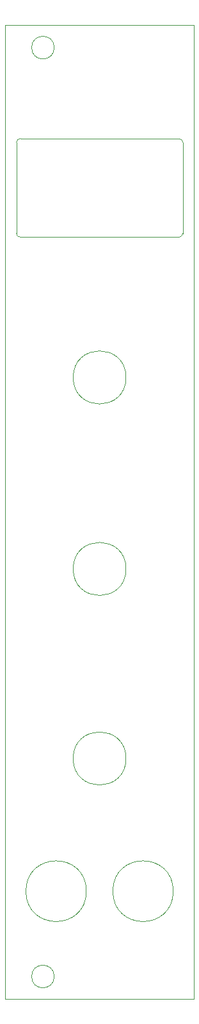
<source format=gbr>
G04 #@! TF.GenerationSoftware,KiCad,Pcbnew,7.0.2-0*
G04 #@! TF.CreationDate,2023-11-29T23:04:12+01:00*
G04 #@! TF.ProjectId,m4live_ctrl_frontpanel,6d346c69-7665-45f6-9374-726c5f66726f,rev?*
G04 #@! TF.SameCoordinates,Original*
G04 #@! TF.FileFunction,Profile,NP*
%FSLAX46Y46*%
G04 Gerber Fmt 4.6, Leading zero omitted, Abs format (unit mm)*
G04 Created by KiCad (PCBNEW 7.0.2-0) date 2023-11-29 23:04:12*
%MOMM*%
%LPD*%
G01*
G04 APERTURE LIST*
G04 #@! TA.AperFunction,Profile*
%ADD10C,0.100000*%
G04 #@! TD*
G04 APERTURE END LIST*
D10*
X1500000Y-27500000D02*
X1500000Y-15500000D01*
X16000000Y-46500000D02*
G75*
G03*
X16000000Y-46500000I-3500000J0D01*
G01*
X16000000Y-71750000D02*
G75*
G03*
X16000000Y-71750000I-3500000J0D01*
G01*
X0Y0D02*
X25000000Y0D01*
X25000000Y-128500000D02*
X0Y-128500000D01*
X25000000Y0D02*
X25000000Y-128500000D01*
X23000000Y-28000000D02*
X2000000Y-28000000D01*
X2000000Y-15000000D02*
X23000000Y-15000000D01*
X23500000Y-15500000D02*
G75*
G03*
X23000000Y-15000000I-500000J0D01*
G01*
X10750000Y-114250000D02*
G75*
G03*
X10750000Y-114250000I-4000000J0D01*
G01*
X23500000Y-15500000D02*
X23500000Y-27500000D01*
X2000000Y-15000000D02*
G75*
G03*
X1500000Y-15500000I40J-500040D01*
G01*
X6500000Y-3000000D02*
G75*
G03*
X6500000Y-3000000I-1500000J0D01*
G01*
X23000000Y-28000000D02*
G75*
G03*
X23500000Y-27500000I0J500000D01*
G01*
X22250000Y-114250000D02*
G75*
G03*
X22250000Y-114250000I-4000000J0D01*
G01*
X1500000Y-27500000D02*
G75*
G03*
X2000000Y-28000000I500000J0D01*
G01*
X16000000Y-96750000D02*
G75*
G03*
X16000000Y-96750000I-3500000J0D01*
G01*
X0Y-128500000D02*
X0Y0D01*
X6500000Y-125500000D02*
G75*
G03*
X6500000Y-125500000I-1500000J0D01*
G01*
M02*

</source>
